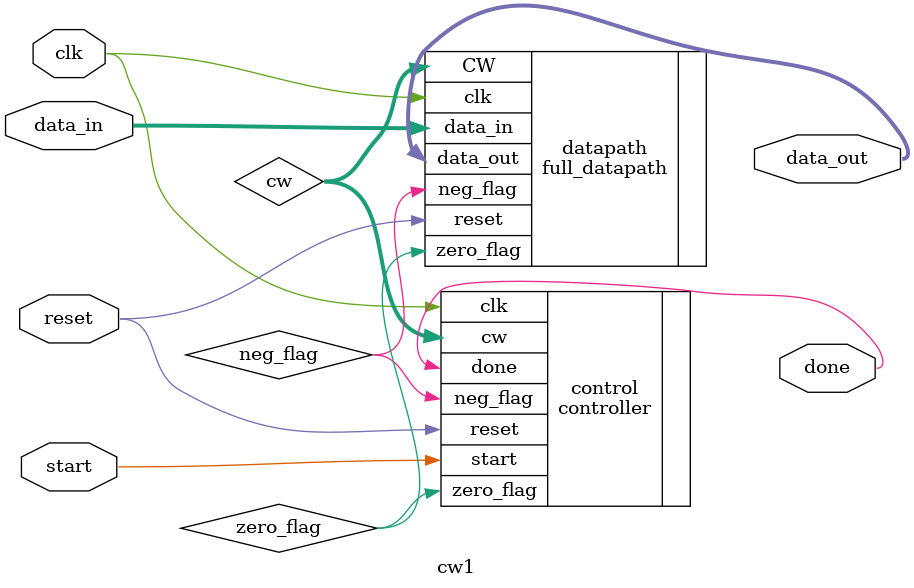
<source format=sv>
module cw1(
	input clk,
	input logic reset,
	input logic start,
	input [7:0]data_in,
	output [7:0]data_out,
	output done
);

logic [15:0]cw;
logic zero_flag;
logic neg_flag;

controller control(.clk(clk), .reset(reset), .start(start), .zero_flag(zero_flag), .neg_flag(neg_flag), .cw(cw), .done(done)); 
full_datapath datapath(.data_in(data_in), .clk(clk), .reset(reset), .CW(cw), .zero_flag(zero_flag), .neg_flag(neg_flag), .data_out(data_out));

endmodule
</source>
